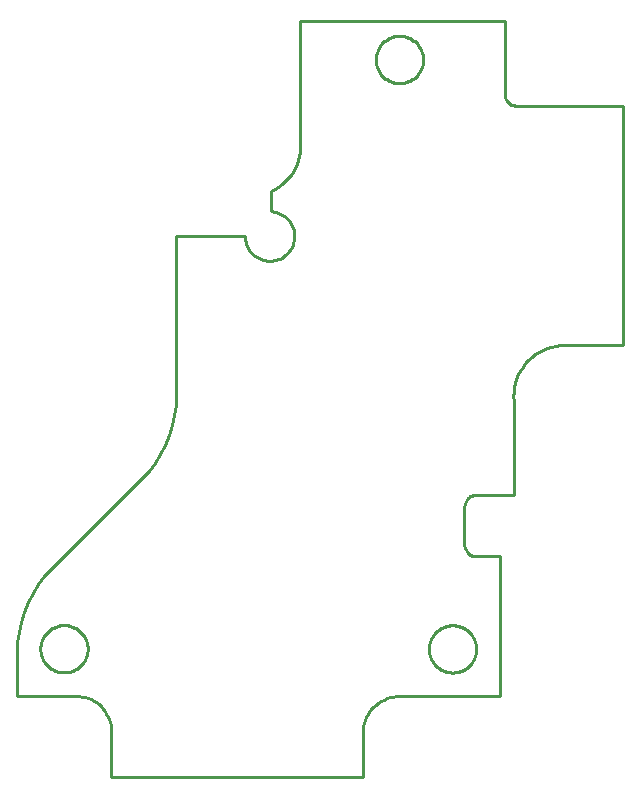
<source format=gbr>
G04 EAGLE Gerber RS-274X export*
G75*
%MOMM*%
%FSLAX34Y34*%
%LPD*%
%IN*%
%IPPOS*%
%AMOC8*
5,1,8,0,0,1.08239X$1,22.5*%
G01*
%ADD10C,0.254000*%


D10*
X0Y68100D02*
X50000Y68100D01*
X52615Y67986D01*
X55209Y67644D01*
X57765Y67078D01*
X60261Y66291D01*
X62679Y65289D01*
X65000Y64081D01*
X67207Y62675D01*
X69284Y61081D01*
X71213Y59313D01*
X72981Y57384D01*
X74575Y55307D01*
X75981Y53100D01*
X77189Y50779D01*
X78191Y48361D01*
X78978Y45865D01*
X79544Y43309D01*
X79886Y40715D01*
X80000Y38100D01*
X80000Y0D01*
X292880Y0D01*
X292894Y37064D01*
X292894Y37064D01*
X293013Y39766D01*
X293367Y42447D01*
X293953Y45087D01*
X294768Y47666D01*
X295803Y50164D01*
X297053Y52562D01*
X298507Y54842D01*
X300154Y56987D01*
X301982Y58981D01*
X303977Y60807D01*
X306123Y62452D01*
X308404Y63905D01*
X310803Y65153D01*
X313302Y66187D01*
X315882Y66999D01*
X318522Y67583D01*
X321204Y67935D01*
X323906Y68052D01*
X409024Y68020D01*
X409024Y186464D01*
X389024Y186464D01*
X388152Y186502D01*
X387287Y186616D01*
X386436Y186805D01*
X385604Y187067D01*
X384798Y187401D01*
X384024Y187804D01*
X383288Y188272D01*
X382596Y188803D01*
X381953Y189393D01*
X381363Y190036D01*
X380832Y190728D01*
X380364Y191464D01*
X379961Y192238D01*
X379627Y193044D01*
X379365Y193876D01*
X379176Y194727D01*
X379062Y195592D01*
X379024Y196464D01*
X379024Y228464D01*
X379062Y229335D01*
X379176Y230200D01*
X379365Y231052D01*
X379627Y231884D01*
X379961Y232690D01*
X380364Y233464D01*
X380832Y234200D01*
X381363Y234892D01*
X381953Y235535D01*
X382596Y236124D01*
X383288Y236655D01*
X384024Y237124D01*
X384798Y237527D01*
X385604Y237861D01*
X386436Y238123D01*
X387287Y238312D01*
X388152Y238426D01*
X389024Y238464D01*
X420824Y238464D01*
X420824Y316703D01*
X420666Y318209D01*
X420500Y322000D01*
X420666Y325791D01*
X421161Y329554D01*
X421982Y333259D01*
X423123Y336878D01*
X424576Y340384D01*
X426328Y343750D01*
X428367Y346951D01*
X430677Y349961D01*
X433241Y352759D01*
X436039Y355323D01*
X439049Y357633D01*
X442250Y359672D01*
X445616Y361424D01*
X449122Y362877D01*
X452741Y364018D01*
X456446Y364839D01*
X460209Y365334D01*
X464000Y365500D01*
X513000Y365500D01*
X513000Y568000D01*
X423000Y568000D01*
X422128Y568038D01*
X421264Y568152D01*
X420412Y568341D01*
X419580Y568603D01*
X418774Y568937D01*
X418000Y569340D01*
X417264Y569808D01*
X416572Y570340D01*
X415929Y570929D01*
X415340Y571572D01*
X414808Y572264D01*
X414340Y573000D01*
X413937Y573774D01*
X413603Y574580D01*
X413341Y575412D01*
X413152Y576264D01*
X413038Y577128D01*
X413000Y578000D01*
X413000Y640000D01*
X240000Y640000D01*
X240000Y569961D01*
X240092Y569961D01*
X240079Y533815D01*
X240052Y532363D01*
X239769Y528797D01*
X239175Y525270D01*
X238276Y521808D01*
X237079Y518437D01*
X235593Y515184D01*
X233829Y512072D01*
X231800Y509127D01*
X229523Y506369D01*
X227014Y503820D01*
X224292Y501499D01*
X221378Y499425D01*
X218294Y497612D01*
X215065Y496075D01*
X215058Y478639D01*
X216050Y478568D01*
X217864Y478314D01*
X219649Y477903D01*
X221392Y477338D01*
X223079Y476623D01*
X224697Y475764D01*
X226234Y474767D01*
X227679Y473640D01*
X229019Y472392D01*
X230246Y471031D01*
X231349Y469569D01*
X232321Y468016D01*
X233154Y466384D01*
X233841Y464686D01*
X234378Y462934D01*
X234760Y461142D01*
X234985Y459324D01*
X235050Y457493D01*
X234955Y455664D01*
X234701Y453849D01*
X234290Y452064D01*
X233725Y450321D01*
X233010Y448634D01*
X232151Y447016D01*
X231155Y445479D01*
X230028Y444035D01*
X228779Y442694D01*
X227418Y441467D01*
X225956Y440364D01*
X224403Y439392D01*
X222771Y438559D01*
X221073Y437872D01*
X219321Y437335D01*
X217530Y436953D01*
X215711Y436729D01*
X213881Y436664D01*
X212051Y436758D01*
X210237Y437012D01*
X208451Y437423D01*
X206709Y437988D01*
X205022Y438703D01*
X203404Y439562D01*
X201867Y440559D01*
X200422Y441686D01*
X199082Y442934D01*
X197855Y444295D01*
X196751Y445757D01*
X195780Y447310D01*
X194947Y448942D01*
X194259Y450640D01*
X193723Y452392D01*
X193341Y454184D01*
X193116Y456002D01*
X193051Y457833D01*
X135000Y457854D01*
X135000Y323107D01*
X134619Y314392D01*
X133481Y305742D01*
X131593Y297225D01*
X128969Y288905D01*
X125631Y280845D01*
X121603Y273107D01*
X116915Y265750D01*
X111604Y258828D01*
X105711Y252397D01*
X29289Y175975D01*
X23396Y169543D01*
X18085Y162622D01*
X13397Y155264D01*
X9369Y147526D01*
X6031Y139466D01*
X3407Y131146D01*
X1519Y122629D01*
X381Y113980D01*
X0Y105264D01*
X0Y68100D01*
X389024Y107396D02*
X389024Y108604D01*
X388951Y109811D01*
X388805Y111011D01*
X388587Y112200D01*
X388298Y113373D01*
X387938Y114527D01*
X387510Y115657D01*
X387014Y116759D01*
X386452Y117830D01*
X385827Y118864D01*
X385140Y119859D01*
X384395Y120810D01*
X383593Y121715D01*
X382739Y122569D01*
X381834Y123371D01*
X380882Y124116D01*
X379888Y124803D01*
X378853Y125428D01*
X377783Y125990D01*
X376681Y126486D01*
X375551Y126915D01*
X374397Y127274D01*
X373223Y127563D01*
X372034Y127781D01*
X370835Y127927D01*
X369628Y128000D01*
X368419Y128000D01*
X367213Y127927D01*
X366013Y127781D01*
X364824Y127563D01*
X363651Y127274D01*
X362497Y126915D01*
X361367Y126486D01*
X360264Y125990D01*
X359194Y125428D01*
X358160Y124803D01*
X357165Y124116D01*
X356214Y123371D01*
X355309Y122569D01*
X354454Y121715D01*
X353653Y120810D01*
X352907Y119859D01*
X352221Y118864D01*
X351596Y117830D01*
X351034Y116759D01*
X350538Y115657D01*
X350109Y114527D01*
X349750Y113373D01*
X349460Y112200D01*
X349242Y111011D01*
X349097Y109811D01*
X349024Y108604D01*
X349024Y107396D01*
X349097Y106189D01*
X349242Y104989D01*
X349460Y103800D01*
X349750Y102627D01*
X350109Y101473D01*
X350538Y100343D01*
X351034Y99241D01*
X351596Y98170D01*
X352221Y97136D01*
X352907Y96141D01*
X353653Y95190D01*
X354454Y94285D01*
X355309Y93431D01*
X356214Y92629D01*
X357165Y91884D01*
X358160Y91197D01*
X359194Y90572D01*
X360264Y90010D01*
X361367Y89514D01*
X362497Y89085D01*
X363651Y88726D01*
X364824Y88437D01*
X366013Y88219D01*
X367213Y88073D01*
X368419Y88000D01*
X369628Y88000D01*
X370835Y88073D01*
X372034Y88219D01*
X373223Y88437D01*
X374397Y88726D01*
X375551Y89085D01*
X376681Y89514D01*
X377783Y90010D01*
X378853Y90572D01*
X379888Y91197D01*
X380882Y91884D01*
X381834Y92629D01*
X382739Y93431D01*
X383593Y94285D01*
X384395Y95190D01*
X385140Y96141D01*
X385827Y97136D01*
X386452Y98170D01*
X387014Y99241D01*
X387510Y100343D01*
X387938Y101473D01*
X388298Y102627D01*
X388587Y103800D01*
X388805Y104989D01*
X388951Y106189D01*
X389024Y107396D01*
X60000Y107496D02*
X60000Y108704D01*
X59927Y109911D01*
X59781Y111111D01*
X59563Y112300D01*
X59274Y113473D01*
X58915Y114627D01*
X58486Y115757D01*
X57990Y116859D01*
X57428Y117930D01*
X56803Y118964D01*
X56116Y119959D01*
X55371Y120910D01*
X54569Y121815D01*
X53715Y122669D01*
X52810Y123471D01*
X51859Y124216D01*
X50864Y124903D01*
X49830Y125528D01*
X48759Y126090D01*
X47657Y126586D01*
X46527Y127015D01*
X45373Y127374D01*
X44200Y127663D01*
X43011Y127881D01*
X41811Y128027D01*
X40604Y128100D01*
X39396Y128100D01*
X38189Y128027D01*
X36989Y127881D01*
X35800Y127663D01*
X34627Y127374D01*
X33473Y127015D01*
X32343Y126586D01*
X31241Y126090D01*
X30170Y125528D01*
X29136Y124903D01*
X28141Y124216D01*
X27190Y123471D01*
X26285Y122669D01*
X25431Y121815D01*
X24629Y120910D01*
X23884Y119959D01*
X23197Y118964D01*
X22572Y117930D01*
X22010Y116859D01*
X21514Y115757D01*
X21085Y114627D01*
X20726Y113473D01*
X20437Y112300D01*
X20219Y111111D01*
X20073Y109911D01*
X20000Y108704D01*
X20000Y107496D01*
X20073Y106289D01*
X20219Y105089D01*
X20437Y103900D01*
X20726Y102727D01*
X21085Y101573D01*
X21514Y100443D01*
X22010Y99341D01*
X22572Y98270D01*
X23197Y97236D01*
X23884Y96241D01*
X24629Y95290D01*
X25431Y94385D01*
X26285Y93531D01*
X27190Y92729D01*
X28141Y91984D01*
X29136Y91297D01*
X30170Y90672D01*
X31241Y90110D01*
X32343Y89614D01*
X33473Y89185D01*
X34627Y88826D01*
X35800Y88537D01*
X36989Y88319D01*
X38189Y88173D01*
X39396Y88100D01*
X40604Y88100D01*
X41811Y88173D01*
X43011Y88319D01*
X44200Y88537D01*
X45373Y88826D01*
X46527Y89185D01*
X47657Y89614D01*
X48759Y90110D01*
X49830Y90672D01*
X50864Y91297D01*
X51859Y91984D01*
X52810Y92729D01*
X53715Y93531D01*
X54569Y94385D01*
X55371Y95290D01*
X56116Y96241D01*
X56803Y97236D01*
X57428Y98270D01*
X57990Y99341D01*
X58486Y100443D01*
X58915Y101573D01*
X59274Y102727D01*
X59563Y103900D01*
X59781Y105089D01*
X59927Y106289D01*
X60000Y107496D01*
X389024Y107396D02*
X389024Y108604D01*
X388951Y109811D01*
X388805Y111011D01*
X388587Y112200D01*
X388298Y113373D01*
X387938Y114527D01*
X387510Y115657D01*
X387014Y116759D01*
X386452Y117830D01*
X385827Y118864D01*
X385140Y119859D01*
X384395Y120810D01*
X383593Y121715D01*
X382739Y122569D01*
X381834Y123371D01*
X380882Y124116D01*
X379888Y124803D01*
X378853Y125428D01*
X377783Y125990D01*
X376681Y126486D01*
X375551Y126915D01*
X374397Y127274D01*
X373223Y127563D01*
X372034Y127781D01*
X370835Y127927D01*
X369628Y128000D01*
X368419Y128000D01*
X367213Y127927D01*
X366013Y127781D01*
X364824Y127563D01*
X363651Y127274D01*
X362497Y126915D01*
X361367Y126486D01*
X360264Y125990D01*
X359194Y125428D01*
X358160Y124803D01*
X357165Y124116D01*
X356214Y123371D01*
X355309Y122569D01*
X354454Y121715D01*
X353653Y120810D01*
X352907Y119859D01*
X352221Y118864D01*
X351596Y117830D01*
X351034Y116759D01*
X350538Y115657D01*
X350109Y114527D01*
X349750Y113373D01*
X349460Y112200D01*
X349242Y111011D01*
X349097Y109811D01*
X349024Y108604D01*
X349024Y107396D01*
X349097Y106189D01*
X349242Y104989D01*
X349460Y103800D01*
X349750Y102627D01*
X350109Y101473D01*
X350538Y100343D01*
X351034Y99241D01*
X351596Y98170D01*
X352221Y97136D01*
X352907Y96141D01*
X353653Y95190D01*
X354454Y94285D01*
X355309Y93431D01*
X356214Y92629D01*
X357165Y91884D01*
X358160Y91197D01*
X359194Y90572D01*
X360264Y90010D01*
X361367Y89514D01*
X362497Y89085D01*
X363651Y88726D01*
X364824Y88437D01*
X366013Y88219D01*
X367213Y88073D01*
X368419Y88000D01*
X369628Y88000D01*
X370835Y88073D01*
X372034Y88219D01*
X373223Y88437D01*
X374397Y88726D01*
X375551Y89085D01*
X376681Y89514D01*
X377783Y90010D01*
X378853Y90572D01*
X379888Y91197D01*
X380882Y91884D01*
X381834Y92629D01*
X382739Y93431D01*
X383593Y94285D01*
X384395Y95190D01*
X385140Y96141D01*
X385827Y97136D01*
X386452Y98170D01*
X387014Y99241D01*
X387510Y100343D01*
X387938Y101473D01*
X388298Y102627D01*
X388587Y103800D01*
X388805Y104989D01*
X388951Y106189D01*
X389024Y107396D01*
X344000Y606396D02*
X344000Y607604D01*
X343927Y608811D01*
X343781Y610011D01*
X343563Y611200D01*
X343274Y612373D01*
X342915Y613527D01*
X342486Y614657D01*
X341990Y615759D01*
X341428Y616830D01*
X340803Y617864D01*
X340116Y618859D01*
X339371Y619810D01*
X338569Y620715D01*
X337715Y621569D01*
X336810Y622371D01*
X335859Y623116D01*
X334864Y623803D01*
X333830Y624428D01*
X332759Y624990D01*
X331657Y625486D01*
X330527Y625915D01*
X329373Y626274D01*
X328200Y626563D01*
X327011Y626781D01*
X325811Y626927D01*
X324604Y627000D01*
X323396Y627000D01*
X322189Y626927D01*
X320989Y626781D01*
X319800Y626563D01*
X318627Y626274D01*
X317473Y625915D01*
X316343Y625486D01*
X315241Y624990D01*
X314170Y624428D01*
X313136Y623803D01*
X312141Y623116D01*
X311190Y622371D01*
X310285Y621569D01*
X309431Y620715D01*
X308629Y619810D01*
X307884Y618859D01*
X307197Y617864D01*
X306572Y616830D01*
X306010Y615759D01*
X305514Y614657D01*
X305085Y613527D01*
X304726Y612373D01*
X304437Y611200D01*
X304219Y610011D01*
X304073Y608811D01*
X304000Y607604D01*
X304000Y606396D01*
X304073Y605189D01*
X304219Y603989D01*
X304437Y602800D01*
X304726Y601627D01*
X305085Y600473D01*
X305514Y599343D01*
X306010Y598241D01*
X306572Y597170D01*
X307197Y596136D01*
X307884Y595141D01*
X308629Y594190D01*
X309431Y593285D01*
X310285Y592431D01*
X311190Y591629D01*
X312141Y590884D01*
X313136Y590197D01*
X314170Y589572D01*
X315241Y589010D01*
X316343Y588514D01*
X317473Y588085D01*
X318627Y587726D01*
X319800Y587437D01*
X320989Y587219D01*
X322189Y587073D01*
X323396Y587000D01*
X324604Y587000D01*
X325811Y587073D01*
X327011Y587219D01*
X328200Y587437D01*
X329373Y587726D01*
X330527Y588085D01*
X331657Y588514D01*
X332759Y589010D01*
X333830Y589572D01*
X334864Y590197D01*
X335859Y590884D01*
X336810Y591629D01*
X337715Y592431D01*
X338569Y593285D01*
X339371Y594190D01*
X340116Y595141D01*
X340803Y596136D01*
X341428Y597170D01*
X341990Y598241D01*
X342486Y599343D01*
X342915Y600473D01*
X343274Y601627D01*
X343563Y602800D01*
X343781Y603989D01*
X343927Y605189D01*
X344000Y606396D01*
X60000Y107496D02*
X60000Y108704D01*
X59927Y109911D01*
X59781Y111111D01*
X59563Y112300D01*
X59274Y113473D01*
X58915Y114627D01*
X58486Y115757D01*
X57990Y116859D01*
X57428Y117930D01*
X56803Y118964D01*
X56116Y119959D01*
X55371Y120910D01*
X54569Y121815D01*
X53715Y122669D01*
X52810Y123471D01*
X51859Y124216D01*
X50864Y124903D01*
X49830Y125528D01*
X48759Y126090D01*
X47657Y126586D01*
X46527Y127015D01*
X45373Y127374D01*
X44200Y127663D01*
X43011Y127881D01*
X41811Y128027D01*
X40604Y128100D01*
X39396Y128100D01*
X38189Y128027D01*
X36989Y127881D01*
X35800Y127663D01*
X34627Y127374D01*
X33473Y127015D01*
X32343Y126586D01*
X31241Y126090D01*
X30170Y125528D01*
X29136Y124903D01*
X28141Y124216D01*
X27190Y123471D01*
X26285Y122669D01*
X25431Y121815D01*
X24629Y120910D01*
X23884Y119959D01*
X23197Y118964D01*
X22572Y117930D01*
X22010Y116859D01*
X21514Y115757D01*
X21085Y114627D01*
X20726Y113473D01*
X20437Y112300D01*
X20219Y111111D01*
X20073Y109911D01*
X20000Y108704D01*
X20000Y107496D01*
X20073Y106289D01*
X20219Y105089D01*
X20437Y103900D01*
X20726Y102727D01*
X21085Y101573D01*
X21514Y100443D01*
X22010Y99341D01*
X22572Y98270D01*
X23197Y97236D01*
X23884Y96241D01*
X24629Y95290D01*
X25431Y94385D01*
X26285Y93531D01*
X27190Y92729D01*
X28141Y91984D01*
X29136Y91297D01*
X30170Y90672D01*
X31241Y90110D01*
X32343Y89614D01*
X33473Y89185D01*
X34627Y88826D01*
X35800Y88537D01*
X36989Y88319D01*
X38189Y88173D01*
X39396Y88100D01*
X40604Y88100D01*
X41811Y88173D01*
X43011Y88319D01*
X44200Y88537D01*
X45373Y88826D01*
X46527Y89185D01*
X47657Y89614D01*
X48759Y90110D01*
X49830Y90672D01*
X50864Y91297D01*
X51859Y91984D01*
X52810Y92729D01*
X53715Y93531D01*
X54569Y94385D01*
X55371Y95290D01*
X56116Y96241D01*
X56803Y97236D01*
X57428Y98270D01*
X57990Y99341D01*
X58486Y100443D01*
X58915Y101573D01*
X59274Y102727D01*
X59563Y103900D01*
X59781Y105089D01*
X59927Y106289D01*
X60000Y107496D01*
M02*

</source>
